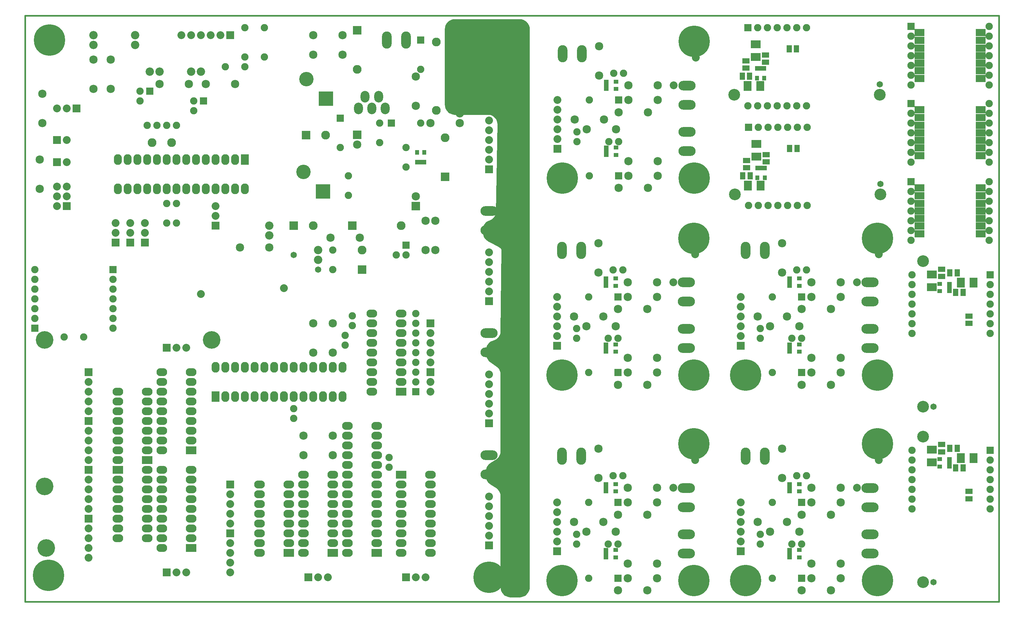
<source format=gts>
G04 (created by PCBNEW-RS274X (2011-05-25)-stable) date Sun 12 Aug 2012 12:56:27 AM MDT*
G01*
G70*
G90*
%MOIN*%
G04 Gerber Fmt 3.4, Leading zero omitted, Abs format*
%FSLAX34Y34*%
G04 APERTURE LIST*
%ADD10C,0.006000*%
%ADD11C,0.015000*%
%ADD12R,0.098700X0.075100*%
%ADD13C,0.075000*%
%ADD14R,0.075000X0.075000*%
%ADD15R,0.075000X0.055000*%
%ADD16R,0.055000X0.075000*%
%ADD17R,0.080000X0.100000*%
%ADD18R,0.100000X0.080000*%
%ADD19R,0.050000X0.040000*%
%ADD20C,0.120000*%
%ADD21C,0.065000*%
%ADD22R,0.040000X0.050000*%
%ADD23C,0.080000*%
%ADD24C,0.320000*%
%ADD25O,0.098000X0.176000*%
%ADD26O,0.176000X0.098000*%
%ADD27R,0.080000X0.080000*%
%ADD28C,0.085000*%
%ADD29C,0.180000*%
%ADD30C,0.086000*%
%ADD31O,0.082000X0.110000*%
%ADD32R,0.082000X0.110000*%
%ADD33O,0.110000X0.082000*%
%ADD34R,0.110000X0.082000*%
%ADD35C,0.090000*%
%ADD36R,0.090000X0.090000*%
%ADD37R,0.085000X0.085000*%
%ADD38O,0.090900X0.118400*%
%ADD39R,0.147600X0.147600*%
%ADD40C,0.147600*%
%ADD41C,0.010000*%
G04 APERTURE END LIST*
G54D10*
G54D11*
X108400Y-07300D02*
X108400Y-67300D01*
X48400Y-07300D02*
X108400Y-07300D01*
X08700Y-07300D02*
X08700Y-67300D01*
X48400Y-07300D02*
X08700Y-07300D01*
X08700Y-67300D02*
X108400Y-67300D01*
G54D12*
X100270Y-09057D03*
X100259Y-09845D03*
X100259Y-10632D03*
X100259Y-11400D03*
X100259Y-12168D03*
X100259Y-12955D03*
X100259Y-13743D03*
X106519Y-13743D03*
X106519Y-12955D03*
X106519Y-12168D03*
X106519Y-11400D03*
X106519Y-10632D03*
X106519Y-09845D03*
X106519Y-09057D03*
G54D13*
X107400Y-14400D03*
X107400Y-13400D03*
X107400Y-12400D03*
X107400Y-11400D03*
X107400Y-10400D03*
X107400Y-09400D03*
X107400Y-08400D03*
G54D14*
X99400Y-08400D03*
G54D13*
X99400Y-09400D03*
X99400Y-10400D03*
X99400Y-11400D03*
X99400Y-12400D03*
X99400Y-13400D03*
X99400Y-14400D03*
G54D12*
X100270Y-24957D03*
X100259Y-25745D03*
X100259Y-26532D03*
X100259Y-27300D03*
X100259Y-28068D03*
X100259Y-28855D03*
X100259Y-29643D03*
X106519Y-29643D03*
X106519Y-28855D03*
X106519Y-28068D03*
X106519Y-27300D03*
X106519Y-26532D03*
X106519Y-25745D03*
X106519Y-24957D03*
G54D13*
X107400Y-30300D03*
X107400Y-29300D03*
X107400Y-28300D03*
X107400Y-27300D03*
X107400Y-26300D03*
X107400Y-25300D03*
X107400Y-24300D03*
G54D14*
X99400Y-24300D03*
G54D13*
X99400Y-25300D03*
X99400Y-26300D03*
X99400Y-27300D03*
X99400Y-28300D03*
X99400Y-29300D03*
X99400Y-30300D03*
G54D14*
X99400Y-16300D03*
G54D13*
X99400Y-17300D03*
X99400Y-18300D03*
X99400Y-19300D03*
X99400Y-20300D03*
X99400Y-21300D03*
X99400Y-22300D03*
X107400Y-22300D03*
X107400Y-21300D03*
X107400Y-20300D03*
X107400Y-19300D03*
X107400Y-18300D03*
X107400Y-17300D03*
X107400Y-16300D03*
G54D12*
X100270Y-16957D03*
X100259Y-17745D03*
X100259Y-18532D03*
X100259Y-19300D03*
X100259Y-20068D03*
X100259Y-20855D03*
X100259Y-21643D03*
X106519Y-21643D03*
X106519Y-20855D03*
X106519Y-20068D03*
X106519Y-19300D03*
X106519Y-18532D03*
X106519Y-17745D03*
X106519Y-16957D03*
G54D13*
X99500Y-57800D03*
X99500Y-56800D03*
X99500Y-55800D03*
X99500Y-54800D03*
X99500Y-53800D03*
X99500Y-52800D03*
X99500Y-51800D03*
G54D14*
X107500Y-51800D03*
G54D13*
X107500Y-52800D03*
X107500Y-53800D03*
X107500Y-54800D03*
X107500Y-55800D03*
X107500Y-56800D03*
X107500Y-57800D03*
G54D15*
X105340Y-56775D03*
X105340Y-56025D03*
G54D16*
X104115Y-51600D03*
X103365Y-51600D03*
G54D15*
X102540Y-51975D03*
X102540Y-51225D03*
G54D16*
X103965Y-53600D03*
X104715Y-53600D03*
G54D17*
X104490Y-52600D03*
X105790Y-52600D03*
G54D18*
X101540Y-53050D03*
X101540Y-51750D03*
G54D19*
X103340Y-53475D03*
X103340Y-52725D03*
X102340Y-53475D03*
X103340Y-53100D03*
X102340Y-52725D03*
G54D20*
X100640Y-65300D03*
X100640Y-50400D03*
G54D21*
X101700Y-65300D03*
X101700Y-47350D03*
G54D20*
X100640Y-32450D03*
X100640Y-47350D03*
G54D19*
X103340Y-35525D03*
X103340Y-34775D03*
X102340Y-35525D03*
X103340Y-35150D03*
X102340Y-34775D03*
G54D18*
X101540Y-35100D03*
X101540Y-33800D03*
G54D17*
X104490Y-34650D03*
X105790Y-34650D03*
G54D16*
X103965Y-35650D03*
X104715Y-35650D03*
G54D15*
X102540Y-34025D03*
X102540Y-33275D03*
G54D16*
X104115Y-33650D03*
X103365Y-33650D03*
G54D15*
X105340Y-38825D03*
X105340Y-38075D03*
G54D14*
X107500Y-33850D03*
G54D13*
X107500Y-34850D03*
X107500Y-35850D03*
X107500Y-36850D03*
X107500Y-37850D03*
X107500Y-38850D03*
X107500Y-39850D03*
X99500Y-39850D03*
X99500Y-38850D03*
X99500Y-37850D03*
X99500Y-36850D03*
X99500Y-35850D03*
X99500Y-34850D03*
X99500Y-33850D03*
X88750Y-26750D03*
X87750Y-26750D03*
X86750Y-26750D03*
X85750Y-26750D03*
X84750Y-26750D03*
X83750Y-26750D03*
X82750Y-26750D03*
G54D14*
X82750Y-18750D03*
G54D13*
X83750Y-18750D03*
X84750Y-18750D03*
X85750Y-18750D03*
X86750Y-18750D03*
X87750Y-18750D03*
X88750Y-18750D03*
G54D16*
X87725Y-20910D03*
X86975Y-20910D03*
G54D15*
X82550Y-22135D03*
X82550Y-22885D03*
G54D16*
X82925Y-23710D03*
X82175Y-23710D03*
G54D15*
X84550Y-22285D03*
X84550Y-21535D03*
G54D18*
X83550Y-21760D03*
X83550Y-20460D03*
G54D17*
X84000Y-24710D03*
X82700Y-24710D03*
G54D22*
X84425Y-22910D03*
X83675Y-22910D03*
X84425Y-23910D03*
X84050Y-22910D03*
X83675Y-23910D03*
G54D20*
X96250Y-25610D03*
X81350Y-25610D03*
G54D21*
X96250Y-24550D03*
G54D23*
X75100Y-14450D03*
X77350Y-11600D03*
G54D14*
X69450Y-15950D03*
G54D13*
X66450Y-15950D03*
X68950Y-13200D03*
X69950Y-13200D03*
X68450Y-20200D03*
X69450Y-20200D03*
X65200Y-20200D03*
X65200Y-19200D03*
G54D24*
X77200Y-23950D03*
X63700Y-23950D03*
X77200Y-09950D03*
G54D25*
X65690Y-11200D03*
X63720Y-11200D03*
G54D26*
X76450Y-16440D03*
X76450Y-14470D03*
X76450Y-21190D03*
X76450Y-19220D03*
G54D14*
X69450Y-23700D03*
G54D13*
X66450Y-23700D03*
G54D27*
X63200Y-20950D03*
G54D23*
X63200Y-19950D03*
X63200Y-18950D03*
X63200Y-17950D03*
X63200Y-16950D03*
X63200Y-15950D03*
G54D28*
X64950Y-17950D03*
X67950Y-17950D03*
X69450Y-24950D03*
X72450Y-24950D03*
X69450Y-17200D03*
X72450Y-17200D03*
X70450Y-15950D03*
X73450Y-15950D03*
X73450Y-22200D03*
X70450Y-22200D03*
X73450Y-14450D03*
X70450Y-14450D03*
X69200Y-18950D03*
X66200Y-18950D03*
X67450Y-13450D03*
X67450Y-10450D03*
X70450Y-23700D03*
X73450Y-23700D03*
G54D19*
X68200Y-20825D03*
X68200Y-21575D03*
X69200Y-20825D03*
X68200Y-21200D03*
X69200Y-21575D03*
X68200Y-14075D03*
X68200Y-14825D03*
X69200Y-14075D03*
X68200Y-14450D03*
X69200Y-14825D03*
X86950Y-55275D03*
X86950Y-56025D03*
X87950Y-55275D03*
X86950Y-55650D03*
X87950Y-56025D03*
X86950Y-62025D03*
X86950Y-62775D03*
X87950Y-62025D03*
X86950Y-62400D03*
X87950Y-62775D03*
G54D28*
X89200Y-64900D03*
X92200Y-64900D03*
X86200Y-54650D03*
X86200Y-51650D03*
X87950Y-60150D03*
X84950Y-60150D03*
X92200Y-55650D03*
X89200Y-55650D03*
X92200Y-63400D03*
X89200Y-63400D03*
X89200Y-57150D03*
X92200Y-57150D03*
X88200Y-58400D03*
X91200Y-58400D03*
X88200Y-66150D03*
X91200Y-66150D03*
X83700Y-59150D03*
X86700Y-59150D03*
G54D27*
X81950Y-62150D03*
G54D23*
X81950Y-61150D03*
X81950Y-60150D03*
X81950Y-59150D03*
X81950Y-58150D03*
X81950Y-57150D03*
G54D14*
X88200Y-64900D03*
G54D13*
X85200Y-64900D03*
G54D26*
X95200Y-62390D03*
X95200Y-60420D03*
X95200Y-57640D03*
X95200Y-55670D03*
G54D25*
X84440Y-52400D03*
X82470Y-52400D03*
G54D24*
X95950Y-51150D03*
X82450Y-65150D03*
X95950Y-65150D03*
G54D13*
X83950Y-61400D03*
X83950Y-60400D03*
X87200Y-61400D03*
X88200Y-61400D03*
X87700Y-54400D03*
X88700Y-54400D03*
G54D14*
X88200Y-57150D03*
G54D13*
X85200Y-57150D03*
G54D23*
X96100Y-52800D03*
X93850Y-55650D03*
G54D19*
X86950Y-34225D03*
X86950Y-34975D03*
X87950Y-34225D03*
X86950Y-34600D03*
X87950Y-34975D03*
X86950Y-40975D03*
X86950Y-41725D03*
X87950Y-40975D03*
X86950Y-41350D03*
X87950Y-41725D03*
G54D28*
X89200Y-43850D03*
X92200Y-43850D03*
X86200Y-33600D03*
X86200Y-30600D03*
X87950Y-39100D03*
X84950Y-39100D03*
X92200Y-34600D03*
X89200Y-34600D03*
X92200Y-42350D03*
X89200Y-42350D03*
X89200Y-36100D03*
X92200Y-36100D03*
X88200Y-37350D03*
X91200Y-37350D03*
X88200Y-45100D03*
X91200Y-45100D03*
X83700Y-38100D03*
X86700Y-38100D03*
G54D27*
X81950Y-41100D03*
G54D23*
X81950Y-40100D03*
X81950Y-39100D03*
X81950Y-38100D03*
X81950Y-37100D03*
X81950Y-36100D03*
G54D14*
X88200Y-43850D03*
G54D13*
X85200Y-43850D03*
G54D26*
X95200Y-41340D03*
X95200Y-39370D03*
X95200Y-36590D03*
X95200Y-34620D03*
G54D25*
X84440Y-31350D03*
X82470Y-31350D03*
G54D24*
X95950Y-30100D03*
X82450Y-44100D03*
X95950Y-44100D03*
G54D13*
X83950Y-40350D03*
X83950Y-39350D03*
X87200Y-40350D03*
X88200Y-40350D03*
X87700Y-33350D03*
X88700Y-33350D03*
G54D14*
X88200Y-36100D03*
G54D13*
X85200Y-36100D03*
G54D23*
X96100Y-31750D03*
X93850Y-34600D03*
X75050Y-34600D03*
X77300Y-31750D03*
G54D14*
X69400Y-36100D03*
G54D13*
X66400Y-36100D03*
X68900Y-33350D03*
X69900Y-33350D03*
X68400Y-40350D03*
X69400Y-40350D03*
X65150Y-40350D03*
X65150Y-39350D03*
G54D24*
X77150Y-44100D03*
X63650Y-44100D03*
X77150Y-30100D03*
G54D25*
X65640Y-31350D03*
X63670Y-31350D03*
G54D26*
X76400Y-36590D03*
X76400Y-34620D03*
X76400Y-41340D03*
X76400Y-39370D03*
G54D14*
X69400Y-43850D03*
G54D13*
X66400Y-43850D03*
G54D27*
X63150Y-41100D03*
G54D23*
X63150Y-40100D03*
X63150Y-39100D03*
X63150Y-38100D03*
X63150Y-37100D03*
X63150Y-36100D03*
G54D28*
X64900Y-38100D03*
X67900Y-38100D03*
X69400Y-45100D03*
X72400Y-45100D03*
X69400Y-37350D03*
X72400Y-37350D03*
X70400Y-36100D03*
X73400Y-36100D03*
X73400Y-42350D03*
X70400Y-42350D03*
X73400Y-34600D03*
X70400Y-34600D03*
X69150Y-39100D03*
X66150Y-39100D03*
X67400Y-33600D03*
X67400Y-30600D03*
X70400Y-43850D03*
X73400Y-43850D03*
G54D19*
X68150Y-40975D03*
X68150Y-41725D03*
X69150Y-40975D03*
X68150Y-41350D03*
X69150Y-41725D03*
X68150Y-34225D03*
X68150Y-34975D03*
X69150Y-34225D03*
X68150Y-34600D03*
X69150Y-34975D03*
G54D23*
X75050Y-55650D03*
X77300Y-52800D03*
G54D14*
X69400Y-57150D03*
G54D13*
X66400Y-57150D03*
X68900Y-54400D03*
X69900Y-54400D03*
X68400Y-61400D03*
X69400Y-61400D03*
X65150Y-61400D03*
X65150Y-60400D03*
G54D24*
X77150Y-65150D03*
X63650Y-65150D03*
X77150Y-51150D03*
G54D25*
X65640Y-52400D03*
X63670Y-52400D03*
G54D26*
X76400Y-57640D03*
X76400Y-55670D03*
X76400Y-62390D03*
X76400Y-60420D03*
G54D14*
X69400Y-64900D03*
G54D13*
X66400Y-64900D03*
G54D27*
X63150Y-62150D03*
G54D23*
X63150Y-61150D03*
X63150Y-60150D03*
X63150Y-59150D03*
X63150Y-58150D03*
X63150Y-57150D03*
G54D28*
X64900Y-59150D03*
X67900Y-59150D03*
X69400Y-66150D03*
X72400Y-66150D03*
X69400Y-58400D03*
X72400Y-58400D03*
X70400Y-57150D03*
X73400Y-57150D03*
X73400Y-63400D03*
X70400Y-63400D03*
X73400Y-55650D03*
X70400Y-55650D03*
X69150Y-60150D03*
X66150Y-60150D03*
X67400Y-54650D03*
X67400Y-51650D03*
X70400Y-64900D03*
X73400Y-64900D03*
G54D19*
X68150Y-62025D03*
X68150Y-62775D03*
X69150Y-62025D03*
X68150Y-62400D03*
X69150Y-62775D03*
X68150Y-55275D03*
X68150Y-56025D03*
X69150Y-55275D03*
X68150Y-55650D03*
X69150Y-56025D03*
G54D21*
X96200Y-14350D03*
G54D20*
X81300Y-15410D03*
X96200Y-15410D03*
G54D22*
X84375Y-12710D03*
X83625Y-12710D03*
X84375Y-13710D03*
X84000Y-12710D03*
X83625Y-13710D03*
G54D17*
X83950Y-14510D03*
X82650Y-14510D03*
G54D18*
X83500Y-11560D03*
X83500Y-10260D03*
G54D15*
X84500Y-12085D03*
X84500Y-11335D03*
G54D16*
X82875Y-13510D03*
X82125Y-13510D03*
G54D15*
X82500Y-11935D03*
X82500Y-12685D03*
G54D16*
X87675Y-10710D03*
X86925Y-10710D03*
G54D14*
X82700Y-08550D03*
G54D13*
X83700Y-08550D03*
X84700Y-08550D03*
X85700Y-08550D03*
X86700Y-08550D03*
X87700Y-08550D03*
X88700Y-08550D03*
X88700Y-16550D03*
X87700Y-16550D03*
X86700Y-16550D03*
X85700Y-16550D03*
X84700Y-16550D03*
X83700Y-16550D03*
X82700Y-16550D03*
G54D29*
X27800Y-40500D03*
X10850Y-61800D03*
X10700Y-55500D03*
X10700Y-40500D03*
G54D13*
X14700Y-40200D03*
X12700Y-40200D03*
G54D23*
X35200Y-35200D03*
G54D27*
X19450Y-30550D03*
G54D23*
X19450Y-29550D03*
X19450Y-28550D03*
G54D27*
X20950Y-30550D03*
G54D23*
X20950Y-29550D03*
X20950Y-28550D03*
G54D27*
X17950Y-30550D03*
G54D23*
X17950Y-29550D03*
X17950Y-28550D03*
G54D27*
X56200Y-61550D03*
G54D23*
X56200Y-60550D03*
X56200Y-59550D03*
X56200Y-58550D03*
X56200Y-57550D03*
X56200Y-56550D03*
G54D27*
X56200Y-49050D03*
G54D23*
X56200Y-48050D03*
X56200Y-47050D03*
X56200Y-46050D03*
X56200Y-45050D03*
X56200Y-44050D03*
G54D30*
X15700Y-10300D03*
X15700Y-09300D03*
X19950Y-09300D03*
X19950Y-10300D03*
G54D31*
X29200Y-46300D03*
X30200Y-46300D03*
X31200Y-46300D03*
X32200Y-46300D03*
X33200Y-46300D03*
X34200Y-46300D03*
X35200Y-46300D03*
X36200Y-46300D03*
X37200Y-46300D03*
X38200Y-46300D03*
X39200Y-46300D03*
X40200Y-46300D03*
X41200Y-46300D03*
G54D32*
X28200Y-46300D03*
G54D31*
X41200Y-43300D03*
X40200Y-43300D03*
X39200Y-43300D03*
X38200Y-43300D03*
X37200Y-43300D03*
X36200Y-43300D03*
X35200Y-43300D03*
X34200Y-43300D03*
X33200Y-43300D03*
X32200Y-43300D03*
X31200Y-43300D03*
X30200Y-43300D03*
X29200Y-43300D03*
X28200Y-43300D03*
G54D33*
X44700Y-61300D03*
X44700Y-60300D03*
X44700Y-59300D03*
X44700Y-58300D03*
X44700Y-57300D03*
X44700Y-56300D03*
X44700Y-55300D03*
X44700Y-54300D03*
X44700Y-53300D03*
X44700Y-52300D03*
X44700Y-51300D03*
X44700Y-50300D03*
X44700Y-49300D03*
G54D34*
X44700Y-62300D03*
G54D33*
X41700Y-49300D03*
X41700Y-50300D03*
X41700Y-51300D03*
X41700Y-52300D03*
X41700Y-53300D03*
X41700Y-54300D03*
X41700Y-55300D03*
X41700Y-56300D03*
X41700Y-57300D03*
X41700Y-58300D03*
X41700Y-59300D03*
X41700Y-60300D03*
X41700Y-61300D03*
X41700Y-62300D03*
G54D34*
X47200Y-45800D03*
G54D33*
X47200Y-44800D03*
X47200Y-43800D03*
X47200Y-42800D03*
X47200Y-41800D03*
X47200Y-40800D03*
X47200Y-39800D03*
X47200Y-38800D03*
X47200Y-37800D03*
X44200Y-37800D03*
X44200Y-38800D03*
X44200Y-39800D03*
X44200Y-40800D03*
X44200Y-41800D03*
X44200Y-42800D03*
X44200Y-43800D03*
X44200Y-44800D03*
X44200Y-45800D03*
G54D35*
X42700Y-12800D03*
G54D36*
X42700Y-08800D03*
G54D14*
X49200Y-09800D03*
G54D13*
X49200Y-12800D03*
X23200Y-26550D03*
X23200Y-28550D03*
X47700Y-20800D03*
X47700Y-22800D03*
X23200Y-18550D03*
X24200Y-18550D03*
X41800Y-25700D03*
X41800Y-23700D03*
X22200Y-18550D03*
X21200Y-18550D03*
G54D27*
X56200Y-36550D03*
G54D23*
X56200Y-35550D03*
X56200Y-34550D03*
X56200Y-33550D03*
X56200Y-32550D03*
X56200Y-31550D03*
G54D36*
X36200Y-28800D03*
G54D35*
X38200Y-28800D03*
G54D13*
X31200Y-12550D03*
X29200Y-12550D03*
G54D35*
X47200Y-28800D03*
G54D36*
X42200Y-28800D03*
G54D35*
X51700Y-19800D03*
G54D36*
X51700Y-23800D03*
G54D14*
X46200Y-18300D03*
G54D13*
X49200Y-18300D03*
G54D14*
X40950Y-17800D03*
G54D13*
X40950Y-20800D03*
G54D27*
X56200Y-23050D03*
G54D23*
X56200Y-22050D03*
X56200Y-21050D03*
X56200Y-20050D03*
X56200Y-19050D03*
X56200Y-18050D03*
G54D31*
X30200Y-22050D03*
X29200Y-22050D03*
X28200Y-22050D03*
X27200Y-22050D03*
X26200Y-22050D03*
X25200Y-22050D03*
X24200Y-22050D03*
X23200Y-22050D03*
X22200Y-22050D03*
X21200Y-22050D03*
X20200Y-22050D03*
X19200Y-22050D03*
X18200Y-22050D03*
G54D32*
X31200Y-22050D03*
G54D31*
X18200Y-25050D03*
X19200Y-25050D03*
X20200Y-25050D03*
X21200Y-25050D03*
X22200Y-25050D03*
X23200Y-25050D03*
X24200Y-25050D03*
X25200Y-25050D03*
X26200Y-25050D03*
X27200Y-25050D03*
X28200Y-25050D03*
X29200Y-25050D03*
X30200Y-25050D03*
X31200Y-25050D03*
G54D27*
X12950Y-26800D03*
G54D23*
X11950Y-26800D03*
X12950Y-25800D03*
X11950Y-25800D03*
X12950Y-24800D03*
X11950Y-24800D03*
G54D13*
X31200Y-08550D03*
X33200Y-08550D03*
X31200Y-11550D03*
X33200Y-11550D03*
G54D25*
X47690Y-09800D03*
X45720Y-09800D03*
G54D37*
X48700Y-26800D03*
G54D28*
X48700Y-25800D03*
G54D36*
X43200Y-33300D03*
G54D35*
X43200Y-31300D03*
G54D13*
X40200Y-31300D03*
X40200Y-33300D03*
G54D36*
X37450Y-19550D03*
G54D35*
X39450Y-19550D03*
G54D37*
X42700Y-19500D03*
G54D28*
X42700Y-20500D03*
G54D13*
X45000Y-20300D03*
X45000Y-18300D03*
X24200Y-28550D03*
X24200Y-26550D03*
G54D28*
X50700Y-28300D03*
X50700Y-31300D03*
X49700Y-31300D03*
X49700Y-28300D03*
X38200Y-09300D03*
X41200Y-09300D03*
X41200Y-11300D03*
X38200Y-11300D03*
X40200Y-50300D03*
X37200Y-50300D03*
X10200Y-25050D03*
X10200Y-22050D03*
G54D14*
X47700Y-30800D03*
G54D13*
X47700Y-31800D03*
X46700Y-31800D03*
G54D22*
X48825Y-22300D03*
X49575Y-22300D03*
X48825Y-21300D03*
X49200Y-22300D03*
X49575Y-21300D03*
G54D35*
X21700Y-20300D03*
X23700Y-20300D03*
G54D34*
X25700Y-51800D03*
G54D33*
X25700Y-50800D03*
X25700Y-49800D03*
X25700Y-48800D03*
X25700Y-47800D03*
X25700Y-46800D03*
X25700Y-45800D03*
X25700Y-44800D03*
X25700Y-43800D03*
X22700Y-43800D03*
X22700Y-44800D03*
X22700Y-45800D03*
X22700Y-46800D03*
X22700Y-47800D03*
X22700Y-48800D03*
X22700Y-49800D03*
X22700Y-50800D03*
X22700Y-51800D03*
G54D34*
X25700Y-61800D03*
G54D33*
X25700Y-60800D03*
X25700Y-59800D03*
X25700Y-58800D03*
X25700Y-57800D03*
X25700Y-56800D03*
X25700Y-55800D03*
X25700Y-54800D03*
X25700Y-53800D03*
X22700Y-53800D03*
X22700Y-54800D03*
X22700Y-55800D03*
X22700Y-56800D03*
X22700Y-57800D03*
X22700Y-58800D03*
X22700Y-59800D03*
X22700Y-60800D03*
X22700Y-61800D03*
G54D34*
X40200Y-62300D03*
G54D33*
X40200Y-61300D03*
X40200Y-60300D03*
X40200Y-59300D03*
X40200Y-58300D03*
X40200Y-57300D03*
X40200Y-56300D03*
X40200Y-55300D03*
X40200Y-54300D03*
X37200Y-54300D03*
X37200Y-55300D03*
X37200Y-56300D03*
X37200Y-57300D03*
X37200Y-58300D03*
X37200Y-59300D03*
X37200Y-60300D03*
X37200Y-61300D03*
X37200Y-62300D03*
G54D34*
X47200Y-54300D03*
G54D33*
X47200Y-55300D03*
X47200Y-56300D03*
X47200Y-57300D03*
X47200Y-58300D03*
X47200Y-59300D03*
X47200Y-60300D03*
X47200Y-61300D03*
X47200Y-62300D03*
X50200Y-62300D03*
X50200Y-61300D03*
X50200Y-60300D03*
X50200Y-59300D03*
X50200Y-58300D03*
X50200Y-57300D03*
X50200Y-56300D03*
X50200Y-55300D03*
X50200Y-54300D03*
G54D28*
X17450Y-11800D03*
X17450Y-14800D03*
X15700Y-11800D03*
X15700Y-14800D03*
X40200Y-41800D03*
X40200Y-38800D03*
G54D26*
X56200Y-54280D03*
X56200Y-52310D03*
X56200Y-15790D03*
X56200Y-13820D03*
X56200Y-41790D03*
X56200Y-39820D03*
X56200Y-29290D03*
X56200Y-27320D03*
G54D34*
X18200Y-53800D03*
G54D33*
X18200Y-54800D03*
X18200Y-55800D03*
X18200Y-56800D03*
X18200Y-57800D03*
X18200Y-58800D03*
X18200Y-59800D03*
X18200Y-60800D03*
X21200Y-60800D03*
X21200Y-59800D03*
X21200Y-58800D03*
X21200Y-57800D03*
X21200Y-56800D03*
X21200Y-55800D03*
X21200Y-54800D03*
X21200Y-53800D03*
G54D34*
X21200Y-52800D03*
G54D33*
X21200Y-51800D03*
X21200Y-50800D03*
X21200Y-49800D03*
X21200Y-48800D03*
X21200Y-47800D03*
X21200Y-46800D03*
X21200Y-45800D03*
X18200Y-45800D03*
X18200Y-46800D03*
X18200Y-47800D03*
X18200Y-48800D03*
X18200Y-49800D03*
X18200Y-50800D03*
X18200Y-51800D03*
X18200Y-52800D03*
G54D27*
X29700Y-09300D03*
G54D23*
X28700Y-09300D03*
X27700Y-09300D03*
X26700Y-09300D03*
X25700Y-09300D03*
X24700Y-09300D03*
G54D38*
X44200Y-16796D03*
X42822Y-16796D03*
X45578Y-16796D03*
X44909Y-15615D03*
X43491Y-15615D03*
G54D24*
X11100Y-64600D03*
X11200Y-09800D03*
X56200Y-64800D03*
X56200Y-09800D03*
G54D14*
X48700Y-45800D03*
G54D13*
X48700Y-44800D03*
X48700Y-43800D03*
X48700Y-42800D03*
X48700Y-41800D03*
X48700Y-40800D03*
X48700Y-39800D03*
X48700Y-38800D03*
X48700Y-37800D03*
G54D28*
X25450Y-14300D03*
X22450Y-14300D03*
X27200Y-14300D03*
X30200Y-14300D03*
X38200Y-41800D03*
X38200Y-38800D03*
X40200Y-52300D03*
X37200Y-52300D03*
G54D27*
X50200Y-43800D03*
G54D23*
X50200Y-44800D03*
X50200Y-45800D03*
G54D27*
X23200Y-41300D03*
G54D23*
X24200Y-41300D03*
X25200Y-41300D03*
G54D27*
X23200Y-64300D03*
G54D23*
X24200Y-64300D03*
X25200Y-64300D03*
G54D27*
X37700Y-64800D03*
G54D23*
X38700Y-64800D03*
X39700Y-64800D03*
G54D27*
X47700Y-64800D03*
G54D23*
X48700Y-64800D03*
X49700Y-64800D03*
G54D30*
X26700Y-13050D03*
X25700Y-13050D03*
X22450Y-13050D03*
X21450Y-13050D03*
G54D34*
X35700Y-62300D03*
G54D33*
X35700Y-61300D03*
X35700Y-60300D03*
X35700Y-59300D03*
X35700Y-58300D03*
X35700Y-57300D03*
X35700Y-56300D03*
X35700Y-55300D03*
X32700Y-55300D03*
X32700Y-56300D03*
X32700Y-57300D03*
X32700Y-58300D03*
X32700Y-59300D03*
X32700Y-60300D03*
X32700Y-61300D03*
X32700Y-62300D03*
G54D27*
X15200Y-53800D03*
G54D23*
X15200Y-54800D03*
X15200Y-55800D03*
X15200Y-56800D03*
X15200Y-57800D03*
G54D27*
X15200Y-43800D03*
G54D23*
X15200Y-44800D03*
X15200Y-45800D03*
X15200Y-46800D03*
X15200Y-47800D03*
G54D27*
X50200Y-38800D03*
G54D23*
X50200Y-39800D03*
X50200Y-40800D03*
X50200Y-41800D03*
X50200Y-42800D03*
G54D27*
X29700Y-55300D03*
G54D23*
X29700Y-56300D03*
X29700Y-57300D03*
X29700Y-58300D03*
X29700Y-59300D03*
G54D14*
X26950Y-16050D03*
G54D13*
X25950Y-16050D03*
X25950Y-17050D03*
G54D14*
X21450Y-15050D03*
G54D13*
X20450Y-15050D03*
X20450Y-16050D03*
G54D27*
X11950Y-20050D03*
G54D23*
X12950Y-20050D03*
G54D27*
X11950Y-22300D03*
G54D23*
X12950Y-22300D03*
G54D27*
X15200Y-58800D03*
G54D23*
X15200Y-59800D03*
X15200Y-60800D03*
X15200Y-61800D03*
X15200Y-62800D03*
G54D27*
X15200Y-48800D03*
G54D23*
X15200Y-49800D03*
X15200Y-50800D03*
X15200Y-51800D03*
X15200Y-52800D03*
G54D27*
X29700Y-60300D03*
G54D23*
X29700Y-61300D03*
X29700Y-62300D03*
X29700Y-63300D03*
X29700Y-64300D03*
G54D28*
X10450Y-18300D03*
X10450Y-15300D03*
G54D27*
X28200Y-28800D03*
G54D23*
X28200Y-27800D03*
X28200Y-26800D03*
G54D27*
X13950Y-16800D03*
G54D23*
X12950Y-16800D03*
X11950Y-16800D03*
G54D35*
X50800Y-17000D03*
X50800Y-10000D03*
G54D39*
X39200Y-25300D03*
G54D40*
X37200Y-23300D03*
G54D39*
X39500Y-15800D03*
G54D40*
X37500Y-13800D03*
G54D13*
X45950Y-53550D03*
X45950Y-52550D03*
X36200Y-47550D03*
X36200Y-48550D03*
X41450Y-41050D03*
X41450Y-40050D03*
X42200Y-39050D03*
X42200Y-38050D03*
G54D28*
X48700Y-16550D03*
X48700Y-13550D03*
G54D21*
X36200Y-31800D03*
X38700Y-33300D03*
G54D30*
X33700Y-28800D03*
X33700Y-29800D03*
X53200Y-17300D03*
X53200Y-16300D03*
X38700Y-32300D03*
X38700Y-31300D03*
G54D28*
X42950Y-30050D03*
X39950Y-30050D03*
X30700Y-31050D03*
X33700Y-31050D03*
X50200Y-18300D03*
X53200Y-18300D03*
G54D23*
X26700Y-35800D03*
G54D14*
X09700Y-39300D03*
G54D13*
X09700Y-38300D03*
X09700Y-37300D03*
X09700Y-36300D03*
X09700Y-35300D03*
X09700Y-34300D03*
X09700Y-33300D03*
G54D14*
X17700Y-33300D03*
G54D13*
X17700Y-34300D03*
X17700Y-35300D03*
X17700Y-36300D03*
X17700Y-37300D03*
X17700Y-38300D03*
X17700Y-39300D03*
G54D10*
G36*
X59300Y-66800D02*
X59495Y-66781D01*
X59683Y-66724D01*
X59856Y-66631D01*
X60007Y-66507D01*
X60131Y-66356D01*
X60224Y-66183D01*
X60281Y-65995D01*
X60300Y-65800D01*
X60300Y-08700D01*
X60281Y-08505D01*
X60224Y-08317D01*
X60131Y-08144D01*
X60007Y-07993D01*
X59856Y-07869D01*
X59683Y-07776D01*
X59495Y-07719D01*
X59300Y-07700D01*
X52700Y-07700D01*
X52505Y-07719D01*
X52317Y-07776D01*
X52144Y-07869D01*
X51993Y-07993D01*
X51869Y-08144D01*
X51776Y-08317D01*
X51719Y-08505D01*
X51700Y-08700D01*
X51700Y-16400D01*
X51719Y-16595D01*
X51776Y-16783D01*
X51869Y-16956D01*
X51993Y-17107D01*
X52144Y-17231D01*
X52317Y-17324D01*
X52505Y-17381D01*
X52700Y-17400D01*
X56081Y-17400D01*
X56257Y-17416D01*
X56427Y-17462D01*
X56587Y-17537D01*
X56730Y-17639D01*
X56854Y-17765D01*
X56953Y-17911D01*
X57026Y-18072D01*
X57069Y-18243D01*
X57081Y-18419D01*
X56913Y-27420D01*
X56895Y-27587D01*
X56847Y-27748D01*
X56771Y-27898D01*
X56670Y-28032D01*
X56547Y-28146D01*
X56405Y-28236D01*
X56250Y-28300D01*
X56249Y-28300D01*
X56095Y-28364D01*
X55954Y-28454D01*
X55833Y-28568D01*
X55733Y-28702D01*
X55660Y-28852D01*
X55615Y-29013D01*
X55600Y-29179D01*
X55600Y-29500D01*
X55616Y-29679D01*
X55664Y-29853D01*
X55743Y-30014D01*
X55849Y-30160D01*
X55979Y-30284D01*
X56129Y-30382D01*
X57088Y-30894D01*
X57300Y-31000D01*
X57357Y-31035D01*
X57406Y-31080D01*
X57445Y-31133D01*
X57474Y-31193D01*
X57492Y-31257D01*
X57498Y-31323D01*
X57407Y-39631D01*
X57391Y-39798D01*
X57347Y-39961D01*
X57277Y-40114D01*
X57182Y-40253D01*
X57065Y-40373D01*
X56929Y-40473D01*
X56779Y-40549D01*
X56529Y-40649D01*
X56377Y-40725D01*
X56240Y-40826D01*
X56123Y-40948D01*
X56027Y-41089D01*
X55957Y-41243D01*
X55914Y-41408D01*
X55900Y-41577D01*
X55900Y-41893D01*
X55918Y-42080D01*
X55970Y-42260D01*
X56054Y-42427D01*
X56169Y-42575D01*
X56309Y-42700D01*
X56991Y-43200D01*
X57131Y-43325D01*
X57246Y-43473D01*
X57330Y-43640D01*
X57382Y-43820D01*
X57400Y-44007D01*
X57400Y-51934D01*
X57385Y-52105D01*
X57342Y-52271D01*
X57270Y-52427D01*
X57173Y-52568D01*
X57053Y-52691D01*
X56914Y-52791D01*
X56386Y-53109D01*
X56247Y-53209D01*
X56127Y-53332D01*
X56030Y-53473D01*
X55958Y-53629D01*
X55915Y-53795D01*
X55900Y-53966D01*
X55900Y-54434D01*
X55915Y-54605D01*
X55958Y-54771D01*
X56030Y-54927D01*
X56127Y-55068D01*
X56247Y-55191D01*
X56386Y-55291D01*
X56914Y-55609D01*
X57053Y-55709D01*
X57173Y-55832D01*
X57270Y-55973D01*
X57342Y-56129D01*
X57385Y-56295D01*
X57400Y-56466D01*
X57400Y-65800D01*
X57419Y-65995D01*
X57476Y-66183D01*
X57569Y-66356D01*
X57693Y-66507D01*
X57844Y-66631D01*
X58017Y-66724D01*
X58205Y-66781D01*
X58400Y-66800D01*
X59300Y-66800D01*
X59300Y-66800D01*
G37*
G54D41*
X59300Y-66800D02*
X59495Y-66781D01*
X59683Y-66724D01*
X59856Y-66631D01*
X60007Y-66507D01*
X60131Y-66356D01*
X60224Y-66183D01*
X60281Y-65995D01*
X60300Y-65800D01*
X60300Y-08700D01*
X60281Y-08505D01*
X60224Y-08317D01*
X60131Y-08144D01*
X60007Y-07993D01*
X59856Y-07869D01*
X59683Y-07776D01*
X59495Y-07719D01*
X59300Y-07700D01*
X52700Y-07700D01*
X52505Y-07719D01*
X52317Y-07776D01*
X52144Y-07869D01*
X51993Y-07993D01*
X51869Y-08144D01*
X51776Y-08317D01*
X51719Y-08505D01*
X51700Y-08700D01*
X51700Y-16400D01*
X51719Y-16595D01*
X51776Y-16783D01*
X51869Y-16956D01*
X51993Y-17107D01*
X52144Y-17231D01*
X52317Y-17324D01*
X52505Y-17381D01*
X52700Y-17400D01*
X56081Y-17400D01*
X56257Y-17416D01*
X56427Y-17462D01*
X56587Y-17537D01*
X56730Y-17639D01*
X56854Y-17765D01*
X56953Y-17911D01*
X57026Y-18072D01*
X57069Y-18243D01*
X57081Y-18419D01*
X56913Y-27420D01*
X56895Y-27587D01*
X56847Y-27748D01*
X56771Y-27898D01*
X56670Y-28032D01*
X56547Y-28146D01*
X56405Y-28236D01*
X56250Y-28300D01*
X56249Y-28300D01*
X56095Y-28364D01*
X55954Y-28454D01*
X55833Y-28568D01*
X55733Y-28702D01*
X55660Y-28852D01*
X55615Y-29013D01*
X55600Y-29179D01*
X55600Y-29500D01*
X55616Y-29679D01*
X55664Y-29853D01*
X55743Y-30014D01*
X55849Y-30160D01*
X55979Y-30284D01*
X56129Y-30382D01*
X57088Y-30894D01*
X57300Y-31000D01*
X57357Y-31035D01*
X57406Y-31080D01*
X57445Y-31133D01*
X57474Y-31193D01*
X57492Y-31257D01*
X57498Y-31323D01*
X57407Y-39631D01*
X57391Y-39798D01*
X57347Y-39961D01*
X57277Y-40114D01*
X57182Y-40253D01*
X57065Y-40373D01*
X56929Y-40473D01*
X56779Y-40549D01*
X56529Y-40649D01*
X56377Y-40725D01*
X56240Y-40826D01*
X56123Y-40948D01*
X56027Y-41089D01*
X55957Y-41243D01*
X55914Y-41408D01*
X55900Y-41577D01*
X55900Y-41893D01*
X55918Y-42080D01*
X55970Y-42260D01*
X56054Y-42427D01*
X56169Y-42575D01*
X56309Y-42700D01*
X56991Y-43200D01*
X57131Y-43325D01*
X57246Y-43473D01*
X57330Y-43640D01*
X57382Y-43820D01*
X57400Y-44007D01*
X57400Y-51934D01*
X57385Y-52105D01*
X57342Y-52271D01*
X57270Y-52427D01*
X57173Y-52568D01*
X57053Y-52691D01*
X56914Y-52791D01*
X56386Y-53109D01*
X56247Y-53209D01*
X56127Y-53332D01*
X56030Y-53473D01*
X55958Y-53629D01*
X55915Y-53795D01*
X55900Y-53966D01*
X55900Y-54434D01*
X55915Y-54605D01*
X55958Y-54771D01*
X56030Y-54927D01*
X56127Y-55068D01*
X56247Y-55191D01*
X56386Y-55291D01*
X56914Y-55609D01*
X57053Y-55709D01*
X57173Y-55832D01*
X57270Y-55973D01*
X57342Y-56129D01*
X57385Y-56295D01*
X57400Y-56466D01*
X57400Y-65800D01*
X57419Y-65995D01*
X57476Y-66183D01*
X57569Y-66356D01*
X57693Y-66507D01*
X57844Y-66631D01*
X58017Y-66724D01*
X58205Y-66781D01*
X58400Y-66800D01*
X59300Y-66800D01*
M02*

</source>
